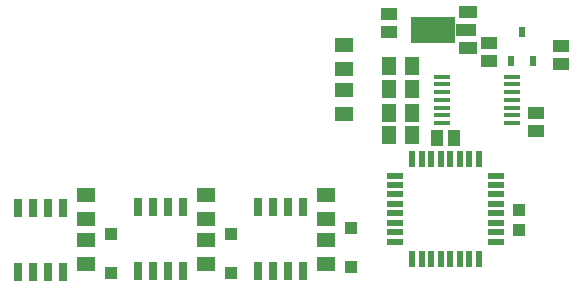
<source format=gbr>
G04 EAGLE Gerber RS-274X export*
G75*
%MOMM*%
%FSLAX34Y34*%
%LPD*%
%INSolderpaste Top*%
%IPPOS*%
%AMOC8*
5,1,8,0,0,1.08239X$1,22.5*%
G01*
%ADD10R,1.600000X1.300000*%
%ADD11R,1.390000X1.050000*%
%ADD12R,1.050000X1.390000*%
%ADD13R,1.070000X0.980000*%
%ADD14R,1.475000X0.450000*%
%ADD15R,0.700000X1.525000*%
%ADD16R,1.500000X1.000000*%
%ADD17R,1.800000X1.000000*%
%ADD18R,3.700000X2.200000*%
%ADD19R,0.600000X1.475000*%
%ADD20R,1.475000X0.600000*%
%ADD21R,0.600000X0.850000*%
%ADD22R,1.100000X1.000000*%
%ADD23R,1.300000X1.600000*%


D10*
X245110Y70010D03*
X245110Y90010D03*
X143510Y70010D03*
X143510Y90010D03*
D11*
X485140Y218955D03*
X485140Y203955D03*
X525145Y144265D03*
X525145Y159265D03*
D10*
X346710Y51910D03*
X346710Y31910D03*
X346710Y70010D03*
X346710Y90010D03*
X143510Y51910D03*
X143510Y31910D03*
D12*
X440810Y138430D03*
X455810Y138430D03*
D11*
X400685Y228085D03*
X400685Y243085D03*
X546100Y216415D03*
X546100Y201415D03*
D10*
X245110Y51910D03*
X245110Y31910D03*
D13*
X368300Y62220D03*
X368300Y29220D03*
X266700Y57140D03*
X266700Y24140D03*
X165100Y57140D03*
X165100Y24140D03*
D14*
X504360Y151315D03*
X504360Y157815D03*
X504360Y164315D03*
X504360Y170815D03*
X504360Y177315D03*
X504360Y183815D03*
X504360Y190315D03*
X445600Y190315D03*
X445600Y183815D03*
X445600Y177315D03*
X445600Y170815D03*
X445600Y164315D03*
X445600Y157815D03*
X445600Y151315D03*
D15*
X289560Y26220D03*
X302260Y26220D03*
X314960Y26220D03*
X327660Y26220D03*
X327660Y80460D03*
X314960Y80460D03*
X302260Y80460D03*
X289560Y80460D03*
D16*
X467030Y214870D03*
D17*
X465530Y229870D03*
D16*
X467030Y244870D03*
D18*
X438030Y229870D03*
D19*
X476310Y121120D03*
X468310Y121120D03*
X460310Y121120D03*
X452310Y121120D03*
X444310Y121120D03*
X436310Y121120D03*
X428310Y121120D03*
X420310Y121120D03*
D20*
X405930Y106740D03*
X405930Y98740D03*
X405930Y90740D03*
X405930Y82740D03*
X405930Y74740D03*
X405930Y66740D03*
X405930Y58740D03*
X405930Y50740D03*
D19*
X420310Y36360D03*
X428310Y36360D03*
X436310Y36360D03*
X444310Y36360D03*
X452310Y36360D03*
X460310Y36360D03*
X468310Y36360D03*
X476310Y36360D03*
D20*
X490690Y50740D03*
X490690Y58740D03*
X490690Y66740D03*
X490690Y74740D03*
X490690Y82740D03*
X490690Y90740D03*
X490690Y98740D03*
X490690Y106740D03*
D15*
X187960Y26220D03*
X200660Y26220D03*
X213360Y26220D03*
X226060Y26220D03*
X226060Y80460D03*
X213360Y80460D03*
X200660Y80460D03*
X187960Y80460D03*
X86360Y24950D03*
X99060Y24950D03*
X111760Y24950D03*
X124460Y24950D03*
X124460Y79190D03*
X111760Y79190D03*
X99060Y79190D03*
X86360Y79190D03*
D21*
X503480Y203900D03*
X522680Y203900D03*
X513080Y227900D03*
D22*
X510540Y60715D03*
X510540Y77715D03*
D23*
X400210Y160020D03*
X420210Y160020D03*
X420210Y199390D03*
X400210Y199390D03*
X420210Y179705D03*
X400210Y179705D03*
X420210Y140970D03*
X400210Y140970D03*
D10*
X361950Y158910D03*
X361950Y178910D03*
X361950Y217010D03*
X361950Y197010D03*
M02*

</source>
